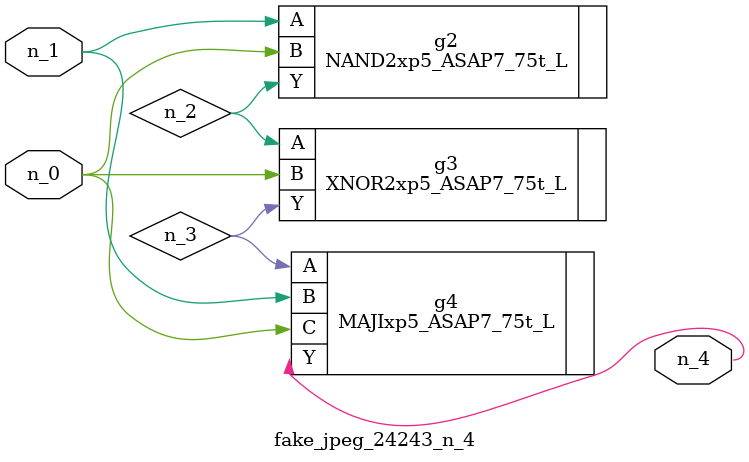
<source format=v>
module fake_jpeg_24243_n_4 (n_0, n_1, n_4);

input n_0;
input n_1;

output n_4;

wire n_2;
wire n_3;

NAND2xp5_ASAP7_75t_L g2 ( 
.A(n_1),
.B(n_0),
.Y(n_2)
);

XNOR2xp5_ASAP7_75t_L g3 ( 
.A(n_2),
.B(n_0),
.Y(n_3)
);

MAJIxp5_ASAP7_75t_L g4 ( 
.A(n_3),
.B(n_1),
.C(n_0),
.Y(n_4)
);


endmodule
</source>
